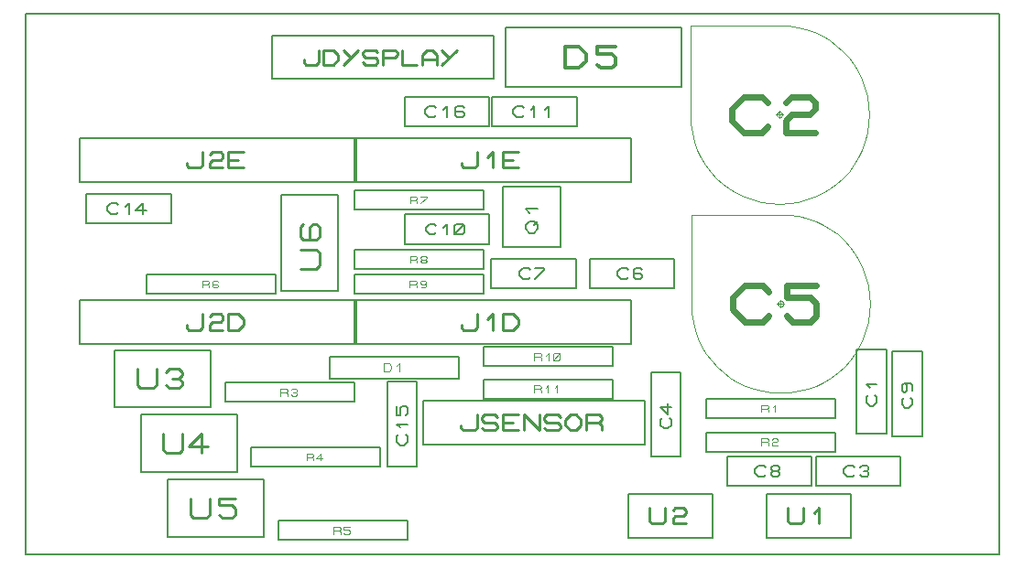
<source format=gbr>
G04 PROTEUS RS274X GERBER FILE*
%FSLAX45Y45*%
%MOMM*%
G01*
%ADD21C,0.203200*%
%ADD32C,0.240790*%
%ADD33C,0.228030*%
%ADD34C,0.106680*%
%ADD35C,0.164590*%
%ADD36C,0.050000*%
%ADD37C,0.551660*%
%ADD38C,0.332230*%
%ADD39C,0.296330*%
%ADD40C,0.187570*%
%ADD41C,0.121920*%
%TD.AperFunction*%
D21*
X+0Y+0D02*
X+9000000Y+0D01*
X+9000000Y+5000000D01*
X+0Y+5000000D01*
X+0Y+0D01*
X+3036840Y+3449340D02*
X+5597160Y+3449340D01*
X+5597160Y+3850660D01*
X+3036840Y+3850660D01*
X+3036840Y+3449340D01*
D32*
X+4028051Y+3625920D02*
X+4028051Y+3601841D01*
X+4052130Y+3577762D01*
X+4148446Y+3577762D01*
X+4172525Y+3601841D01*
X+4172525Y+3722237D01*
X+4268842Y+3674079D02*
X+4317000Y+3722237D01*
X+4317000Y+3577762D01*
X+4557791Y+3577762D02*
X+4413317Y+3577762D01*
X+4413317Y+3722237D01*
X+4557791Y+3722237D01*
X+4413317Y+3650000D02*
X+4509633Y+3650000D01*
D21*
X+496840Y+3449340D02*
X+3057160Y+3449340D01*
X+3057160Y+3850660D01*
X+496840Y+3850660D01*
X+496840Y+3449340D01*
D32*
X+1488051Y+3625920D02*
X+1488051Y+3601841D01*
X+1512130Y+3577762D01*
X+1608446Y+3577762D01*
X+1632525Y+3601841D01*
X+1632525Y+3722237D01*
X+1704763Y+3698158D02*
X+1728842Y+3722237D01*
X+1801079Y+3722237D01*
X+1825158Y+3698158D01*
X+1825158Y+3674079D01*
X+1801079Y+3650000D01*
X+1728842Y+3650000D01*
X+1704763Y+3625920D01*
X+1704763Y+3577762D01*
X+1825158Y+3577762D01*
X+2017791Y+3577762D02*
X+1873317Y+3577762D01*
X+1873317Y+3722237D01*
X+2017791Y+3722237D01*
X+1873317Y+3650000D02*
X+1969633Y+3650000D01*
D21*
X+3036840Y+1949340D02*
X+5597160Y+1949340D01*
X+5597160Y+2350660D01*
X+3036840Y+2350660D01*
X+3036840Y+1949340D01*
D32*
X+4028051Y+2125920D02*
X+4028051Y+2101841D01*
X+4052130Y+2077762D01*
X+4148446Y+2077762D01*
X+4172525Y+2101841D01*
X+4172525Y+2222237D01*
X+4268842Y+2174079D02*
X+4317000Y+2222237D01*
X+4317000Y+2077762D01*
X+4413317Y+2077762D02*
X+4413317Y+2222237D01*
X+4509633Y+2222237D01*
X+4557791Y+2174079D01*
X+4557791Y+2125920D01*
X+4509633Y+2077762D01*
X+4413317Y+2077762D01*
D21*
X+496840Y+1949340D02*
X+3057160Y+1949340D01*
X+3057160Y+2350660D01*
X+496840Y+2350660D01*
X+496840Y+1949340D01*
D32*
X+1488051Y+2125920D02*
X+1488051Y+2101841D01*
X+1512130Y+2077762D01*
X+1608446Y+2077762D01*
X+1632525Y+2101841D01*
X+1632525Y+2222237D01*
X+1704763Y+2198158D02*
X+1728842Y+2222237D01*
X+1801079Y+2222237D01*
X+1825158Y+2198158D01*
X+1825158Y+2174079D01*
X+1801079Y+2150000D01*
X+1728842Y+2150000D01*
X+1704763Y+2125920D01*
X+1704763Y+2077762D01*
X+1825158Y+2077762D01*
X+1873317Y+2077762D02*
X+1873317Y+2222237D01*
X+1969633Y+2222237D01*
X+2017791Y+2174079D01*
X+2017791Y+2125920D01*
X+1969633Y+2077762D01*
X+1873317Y+2077762D01*
D21*
X+2274840Y+4399340D02*
X+4327160Y+4399340D01*
X+4327160Y+4800660D01*
X+2274840Y+4800660D01*
X+2274840Y+4399340D01*
D33*
X+2571288Y+4577197D02*
X+2571288Y+4554393D01*
X+2594091Y+4531590D01*
X+2685305Y+4531590D01*
X+2708109Y+4554393D01*
X+2708109Y+4668411D01*
X+2753716Y+4531590D02*
X+2753716Y+4668411D01*
X+2844930Y+4668411D01*
X+2890537Y+4622804D01*
X+2890537Y+4577197D01*
X+2844930Y+4531590D01*
X+2753716Y+4531590D01*
X+3072965Y+4668411D02*
X+2936144Y+4531590D01*
X+2936144Y+4668411D02*
X+3004554Y+4600000D01*
X+3118572Y+4554393D02*
X+3141375Y+4531590D01*
X+3232589Y+4531590D01*
X+3255393Y+4554393D01*
X+3255393Y+4577197D01*
X+3232589Y+4600000D01*
X+3141375Y+4600000D01*
X+3118572Y+4622804D01*
X+3118572Y+4645607D01*
X+3141375Y+4668411D01*
X+3232589Y+4668411D01*
X+3255393Y+4645607D01*
X+3301000Y+4531590D02*
X+3301000Y+4668411D01*
X+3415017Y+4668411D01*
X+3437821Y+4645607D01*
X+3437821Y+4622804D01*
X+3415017Y+4600000D01*
X+3301000Y+4600000D01*
X+3483428Y+4668411D02*
X+3483428Y+4531590D01*
X+3620249Y+4531590D01*
X+3665856Y+4531590D02*
X+3665856Y+4622804D01*
X+3711463Y+4668411D01*
X+3757070Y+4668411D01*
X+3802677Y+4622804D01*
X+3802677Y+4531590D01*
X+3665856Y+4577197D02*
X+3802677Y+4577197D01*
X+3985105Y+4668411D02*
X+3848284Y+4531590D01*
X+3848284Y+4668411D02*
X+3916694Y+4600000D01*
D21*
X+3674840Y+1019340D02*
X+5727160Y+1019340D01*
X+5727160Y+1420660D01*
X+3674840Y+1420660D01*
X+3674840Y+1019340D01*
D32*
X+4026785Y+1195920D02*
X+4026785Y+1171841D01*
X+4050864Y+1147762D01*
X+4147180Y+1147762D01*
X+4171259Y+1171841D01*
X+4171259Y+1292237D01*
X+4219418Y+1171841D02*
X+4243497Y+1147762D01*
X+4339813Y+1147762D01*
X+4363892Y+1171841D01*
X+4363892Y+1195920D01*
X+4339813Y+1220000D01*
X+4243497Y+1220000D01*
X+4219418Y+1244079D01*
X+4219418Y+1268158D01*
X+4243497Y+1292237D01*
X+4339813Y+1292237D01*
X+4363892Y+1268158D01*
X+4556525Y+1147762D02*
X+4412051Y+1147762D01*
X+4412051Y+1292237D01*
X+4556525Y+1292237D01*
X+4412051Y+1220000D02*
X+4508367Y+1220000D01*
X+4604684Y+1147762D02*
X+4604684Y+1292237D01*
X+4749158Y+1147762D01*
X+4749158Y+1292237D01*
X+4797317Y+1171841D02*
X+4821396Y+1147762D01*
X+4917712Y+1147762D01*
X+4941791Y+1171841D01*
X+4941791Y+1195920D01*
X+4917712Y+1220000D01*
X+4821396Y+1220000D01*
X+4797317Y+1244079D01*
X+4797317Y+1268158D01*
X+4821396Y+1292237D01*
X+4917712Y+1292237D01*
X+4941791Y+1268158D01*
X+4989950Y+1244079D02*
X+5038108Y+1292237D01*
X+5086266Y+1292237D01*
X+5134424Y+1244079D01*
X+5134424Y+1195920D01*
X+5086266Y+1147762D01*
X+5038108Y+1147762D01*
X+4989950Y+1195920D01*
X+4989950Y+1244079D01*
X+5182583Y+1147762D02*
X+5182583Y+1292237D01*
X+5302978Y+1292237D01*
X+5327057Y+1268158D01*
X+5327057Y+1244079D01*
X+5302978Y+1220000D01*
X+5182583Y+1220000D01*
X+5302978Y+1220000D02*
X+5327057Y+1195920D01*
X+5327057Y+1147762D01*
D21*
X+6848840Y+155840D02*
X+7631160Y+155840D01*
X+7631160Y+557160D01*
X+6848840Y+557160D01*
X+6848840Y+155840D01*
D32*
X+7047367Y+428737D02*
X+7047367Y+308341D01*
X+7071446Y+284262D01*
X+7167762Y+284262D01*
X+7191841Y+308341D01*
X+7191841Y+428737D01*
X+7288158Y+380579D02*
X+7336316Y+428737D01*
X+7336316Y+284262D01*
D21*
X+5568840Y+155840D02*
X+6351160Y+155840D01*
X+6351160Y+557160D01*
X+5568840Y+557160D01*
X+5568840Y+155840D01*
D32*
X+5767367Y+428737D02*
X+5767367Y+308341D01*
X+5791446Y+284262D01*
X+5887762Y+284262D01*
X+5911841Y+308341D01*
X+5911841Y+428737D01*
X+5984079Y+404658D02*
X+6008158Y+428737D01*
X+6080395Y+428737D01*
X+6104474Y+404658D01*
X+6104474Y+380579D01*
X+6080395Y+356500D01*
X+6008158Y+356500D01*
X+5984079Y+332420D01*
X+5984079Y+284262D01*
X+6104474Y+284262D01*
D21*
X+6291100Y+951100D02*
X+7484900Y+951100D01*
X+7484900Y+1128900D01*
X+6291100Y+1128900D01*
X+6291100Y+951100D01*
D34*
X+6802656Y+1007996D02*
X+6802656Y+1072004D01*
X+6855996Y+1072004D01*
X+6866664Y+1061336D01*
X+6866664Y+1050668D01*
X+6855996Y+1040000D01*
X+6802656Y+1040000D01*
X+6855996Y+1040000D02*
X+6866664Y+1029332D01*
X+6866664Y+1007996D01*
X+6898668Y+1061336D02*
X+6909336Y+1072004D01*
X+6941340Y+1072004D01*
X+6952008Y+1061336D01*
X+6952008Y+1050668D01*
X+6941340Y+1040000D01*
X+6909336Y+1040000D01*
X+6898668Y+1029332D01*
X+6898668Y+1007996D01*
X+6952008Y+1007996D01*
D21*
X+6291100Y+1261100D02*
X+7484900Y+1261100D01*
X+7484900Y+1438900D01*
X+6291100Y+1438900D01*
X+6291100Y+1261100D01*
D34*
X+6802656Y+1317996D02*
X+6802656Y+1382004D01*
X+6855996Y+1382004D01*
X+6866664Y+1371336D01*
X+6866664Y+1360668D01*
X+6855996Y+1350000D01*
X+6802656Y+1350000D01*
X+6855996Y+1350000D02*
X+6866664Y+1339332D01*
X+6866664Y+1317996D01*
X+6909336Y+1360668D02*
X+6930672Y+1382004D01*
X+6930672Y+1317996D01*
D21*
X+1121100Y+2411100D02*
X+2314900Y+2411100D01*
X+2314900Y+2588900D01*
X+1121100Y+2588900D01*
X+1121100Y+2411100D01*
D34*
X+1632656Y+2467996D02*
X+1632656Y+2532004D01*
X+1685996Y+2532004D01*
X+1696664Y+2521336D01*
X+1696664Y+2510668D01*
X+1685996Y+2500000D01*
X+1632656Y+2500000D01*
X+1685996Y+2500000D02*
X+1696664Y+2489332D01*
X+1696664Y+2467996D01*
X+1782008Y+2521336D02*
X+1771340Y+2532004D01*
X+1739336Y+2532004D01*
X+1728668Y+2521336D01*
X+1728668Y+2478664D01*
X+1739336Y+2467996D01*
X+1771340Y+2467996D01*
X+1782008Y+2478664D01*
X+1782008Y+2489332D01*
X+1771340Y+2500000D01*
X+1728668Y+2500000D01*
D21*
X+7682840Y+1114840D02*
X+7957160Y+1114840D01*
X+7957160Y+1897160D01*
X+7682840Y+1897160D01*
X+7682840Y+1114840D01*
D35*
X+7852919Y+1473081D02*
X+7869378Y+1456622D01*
X+7869378Y+1407245D01*
X+7836460Y+1374327D01*
X+7803541Y+1374327D01*
X+7770623Y+1407245D01*
X+7770623Y+1456622D01*
X+7787082Y+1473081D01*
X+7803541Y+1538918D02*
X+7770623Y+1571836D01*
X+7869378Y+1571836D01*
D21*
X+7304840Y+632840D02*
X+8087160Y+632840D01*
X+8087160Y+907160D01*
X+7304840Y+907160D01*
X+7304840Y+632840D01*
D35*
X+7663081Y+737081D02*
X+7646622Y+720622D01*
X+7597245Y+720622D01*
X+7564327Y+753540D01*
X+7564327Y+786459D01*
X+7597245Y+819377D01*
X+7646622Y+819377D01*
X+7663081Y+802918D01*
X+7712459Y+802918D02*
X+7728918Y+819377D01*
X+7778295Y+819377D01*
X+7794754Y+802918D01*
X+7794754Y+786459D01*
X+7778295Y+770000D01*
X+7794754Y+753540D01*
X+7794754Y+737081D01*
X+7778295Y+720622D01*
X+7728918Y+720622D01*
X+7712459Y+737081D01*
X+7745377Y+770000D02*
X+7778295Y+770000D01*
D21*
X+5782840Y+904840D02*
X+6057160Y+904840D01*
X+6057160Y+1687160D01*
X+5782840Y+1687160D01*
X+5782840Y+904840D01*
D35*
X+5952919Y+1263081D02*
X+5969378Y+1246622D01*
X+5969378Y+1197245D01*
X+5936460Y+1164327D01*
X+5903541Y+1164327D01*
X+5870623Y+1197245D01*
X+5870623Y+1246622D01*
X+5887082Y+1263081D01*
X+5936460Y+1394754D02*
X+5936460Y+1296000D01*
X+5870623Y+1361836D01*
X+5969378Y+1361836D01*
D36*
X+7005000Y+2320000D02*
X+7004914Y+2322076D01*
X+7004212Y+2326229D01*
X+7002742Y+2330382D01*
X+7000340Y+2334535D01*
X+6996667Y+2338634D01*
X+6992514Y+2341643D01*
X+6988361Y+2343560D01*
X+6984208Y+2344643D01*
X+6980055Y+2345000D01*
X+6980000Y+2345000D01*
X+6955000Y+2320000D02*
X+6955086Y+2322076D01*
X+6955788Y+2326229D01*
X+6957258Y+2330382D01*
X+6959660Y+2334535D01*
X+6963333Y+2338634D01*
X+6967486Y+2341643D01*
X+6971639Y+2343560D01*
X+6975792Y+2344643D01*
X+6979945Y+2345000D01*
X+6980000Y+2345000D01*
X+6955000Y+2320000D02*
X+6955086Y+2317924D01*
X+6955788Y+2313771D01*
X+6957258Y+2309618D01*
X+6959660Y+2305465D01*
X+6963333Y+2301366D01*
X+6967486Y+2298357D01*
X+6971639Y+2296440D01*
X+6975792Y+2295357D01*
X+6979945Y+2295000D01*
X+6980000Y+2295000D01*
X+7005000Y+2320000D02*
X+7004914Y+2317924D01*
X+7004212Y+2313771D01*
X+7002742Y+2309618D01*
X+7000340Y+2305465D01*
X+6996667Y+2301366D01*
X+6992514Y+2298357D01*
X+6988361Y+2296440D01*
X+6984208Y+2295357D01*
X+6980055Y+2295000D01*
X+6980000Y+2295000D01*
X+7015000Y+2320000D02*
X+6945000Y+2320000D01*
X+6980000Y+2355000D02*
X+6980000Y+2285000D01*
X+6155000Y+3145000D02*
X+6155000Y+2320000D01*
X+6159167Y+2234260D01*
X+6171415Y+2151314D01*
X+6191368Y+2071541D01*
X+6218648Y+1995318D01*
X+6252876Y+1923022D01*
X+6293675Y+1855031D01*
X+6340668Y+1791724D01*
X+6393477Y+1733477D01*
X+6451724Y+1680668D01*
X+6515032Y+1633675D01*
X+6583022Y+1592876D01*
X+6655318Y+1558648D01*
X+6731541Y+1531368D01*
X+6811314Y+1511415D01*
X+6894260Y+1499167D01*
X+6980000Y+1495000D01*
X+7065740Y+1499167D01*
X+7148686Y+1511415D01*
X+7228459Y+1531368D01*
X+7304682Y+1558648D01*
X+7376978Y+1592876D01*
X+7444968Y+1633675D01*
X+7508276Y+1680668D01*
X+7566523Y+1733477D01*
X+7619332Y+1791724D01*
X+7666325Y+1855031D01*
X+7707124Y+1923022D01*
X+7741352Y+1995318D01*
X+7768632Y+2071541D01*
X+7788585Y+2151314D01*
X+7800833Y+2234260D01*
X+7805000Y+2320000D01*
X+7800833Y+2405740D01*
X+7788585Y+2488686D01*
X+7768632Y+2568459D01*
X+7741352Y+2644682D01*
X+7707124Y+2716978D01*
X+7666325Y+2784969D01*
X+7619332Y+2848276D01*
X+7566523Y+2906523D01*
X+7508276Y+2959332D01*
X+7444968Y+3006325D01*
X+7376978Y+3047124D01*
X+7304682Y+3081352D01*
X+7228459Y+3108632D01*
X+7148686Y+3128585D01*
X+7065740Y+3140833D01*
X+6980000Y+3145000D01*
X+6155000Y+3145000D01*
D37*
X+6869667Y+2209666D02*
X+6814500Y+2154500D01*
X+6649001Y+2154500D01*
X+6538668Y+2264833D01*
X+6538668Y+2375166D01*
X+6649001Y+2485499D01*
X+6814500Y+2485499D01*
X+6869667Y+2430333D01*
X+7310999Y+2485499D02*
X+7035166Y+2485499D01*
X+7035166Y+2375166D01*
X+7255832Y+2375166D01*
X+7310999Y+2320000D01*
X+7310999Y+2209666D01*
X+7255832Y+2154500D01*
X+7090333Y+2154500D01*
X+7035166Y+2209666D01*
D36*
X+6995000Y+4070000D02*
X+6994914Y+4072076D01*
X+6994212Y+4076229D01*
X+6992742Y+4080382D01*
X+6990340Y+4084535D01*
X+6986667Y+4088634D01*
X+6982514Y+4091643D01*
X+6978361Y+4093560D01*
X+6974208Y+4094643D01*
X+6970055Y+4095000D01*
X+6970000Y+4095000D01*
X+6945000Y+4070000D02*
X+6945086Y+4072076D01*
X+6945788Y+4076229D01*
X+6947258Y+4080382D01*
X+6949660Y+4084535D01*
X+6953333Y+4088634D01*
X+6957486Y+4091643D01*
X+6961639Y+4093560D01*
X+6965792Y+4094643D01*
X+6969945Y+4095000D01*
X+6970000Y+4095000D01*
X+6945000Y+4070000D02*
X+6945086Y+4067924D01*
X+6945788Y+4063771D01*
X+6947258Y+4059618D01*
X+6949660Y+4055465D01*
X+6953333Y+4051366D01*
X+6957486Y+4048357D01*
X+6961639Y+4046440D01*
X+6965792Y+4045357D01*
X+6969945Y+4045000D01*
X+6970000Y+4045000D01*
X+6995000Y+4070000D02*
X+6994914Y+4067924D01*
X+6994212Y+4063771D01*
X+6992742Y+4059618D01*
X+6990340Y+4055465D01*
X+6986667Y+4051366D01*
X+6982514Y+4048357D01*
X+6978361Y+4046440D01*
X+6974208Y+4045357D01*
X+6970055Y+4045000D01*
X+6970000Y+4045000D01*
X+7005000Y+4070000D02*
X+6935000Y+4070000D01*
X+6970000Y+4105000D02*
X+6970000Y+4035000D01*
X+6145000Y+4895000D02*
X+6145000Y+4070000D01*
X+6149167Y+3984260D01*
X+6161415Y+3901314D01*
X+6181368Y+3821541D01*
X+6208648Y+3745318D01*
X+6242876Y+3673022D01*
X+6283675Y+3605031D01*
X+6330668Y+3541724D01*
X+6383477Y+3483477D01*
X+6441724Y+3430668D01*
X+6505032Y+3383675D01*
X+6573022Y+3342876D01*
X+6645318Y+3308648D01*
X+6721541Y+3281368D01*
X+6801314Y+3261415D01*
X+6884260Y+3249167D01*
X+6970000Y+3245000D01*
X+7055740Y+3249167D01*
X+7138686Y+3261415D01*
X+7218459Y+3281368D01*
X+7294682Y+3308648D01*
X+7366978Y+3342876D01*
X+7434968Y+3383675D01*
X+7498276Y+3430668D01*
X+7556523Y+3483477D01*
X+7609332Y+3541724D01*
X+7656325Y+3605031D01*
X+7697124Y+3673022D01*
X+7731352Y+3745318D01*
X+7758632Y+3821541D01*
X+7778585Y+3901314D01*
X+7790833Y+3984260D01*
X+7795000Y+4070000D01*
X+7790833Y+4155740D01*
X+7778585Y+4238686D01*
X+7758632Y+4318459D01*
X+7731352Y+4394682D01*
X+7697124Y+4466978D01*
X+7656325Y+4534969D01*
X+7609332Y+4598276D01*
X+7556523Y+4656523D01*
X+7498276Y+4709332D01*
X+7434968Y+4756325D01*
X+7366978Y+4797124D01*
X+7294682Y+4831352D01*
X+7218459Y+4858632D01*
X+7138686Y+4878585D01*
X+7055740Y+4890833D01*
X+6970000Y+4895000D01*
X+6145000Y+4895000D01*
D37*
X+6859667Y+3959666D02*
X+6804500Y+3904500D01*
X+6639001Y+3904500D01*
X+6528668Y+4014833D01*
X+6528668Y+4125166D01*
X+6639001Y+4235499D01*
X+6804500Y+4235499D01*
X+6859667Y+4180333D01*
X+7025166Y+4180333D02*
X+7080333Y+4235499D01*
X+7245832Y+4235499D01*
X+7300999Y+4180333D01*
X+7300999Y+4125166D01*
X+7245832Y+4070000D01*
X+7080333Y+4070000D01*
X+7025166Y+4014833D01*
X+7025166Y+3904500D01*
X+7300999Y+3904500D01*
D21*
X+4438700Y+4323140D02*
X+6064300Y+4323140D01*
X+6064300Y+4876860D01*
X+4438700Y+4876860D01*
X+4438700Y+4323140D01*
D38*
X+4985715Y+4500330D02*
X+4985715Y+4699669D01*
X+5118607Y+4699669D01*
X+5185053Y+4633223D01*
X+5185053Y+4566776D01*
X+5118607Y+4500330D01*
X+4985715Y+4500330D01*
X+5450838Y+4699669D02*
X+5284723Y+4699669D01*
X+5284723Y+4633223D01*
X+5417615Y+4633223D01*
X+5450838Y+4600000D01*
X+5450838Y+4533553D01*
X+5417615Y+4500330D01*
X+5317946Y+4500330D01*
X+5284723Y+4533553D01*
D21*
X+8012840Y+1092840D02*
X+8287160Y+1092840D01*
X+8287160Y+1875160D01*
X+8012840Y+1875160D01*
X+8012840Y+1092840D01*
D35*
X+8182919Y+1451081D02*
X+8199378Y+1434622D01*
X+8199378Y+1385245D01*
X+8166460Y+1352327D01*
X+8133541Y+1352327D01*
X+8100623Y+1385245D01*
X+8100623Y+1434622D01*
X+8117082Y+1451081D01*
X+8133541Y+1582754D02*
X+8150000Y+1566295D01*
X+8150000Y+1516918D01*
X+8133541Y+1500459D01*
X+8117082Y+1500459D01*
X+8100623Y+1516918D01*
X+8100623Y+1566295D01*
X+8117082Y+1582754D01*
X+8182919Y+1582754D01*
X+8199378Y+1566295D01*
X+8199378Y+1516918D01*
D21*
X+6482840Y+632840D02*
X+7265160Y+632840D01*
X+7265160Y+907160D01*
X+6482840Y+907160D01*
X+6482840Y+632840D01*
D35*
X+6841081Y+737081D02*
X+6824622Y+720622D01*
X+6775245Y+720622D01*
X+6742327Y+753540D01*
X+6742327Y+786459D01*
X+6775245Y+819377D01*
X+6824622Y+819377D01*
X+6841081Y+802918D01*
X+6906918Y+770000D02*
X+6890459Y+786459D01*
X+6890459Y+802918D01*
X+6906918Y+819377D01*
X+6956295Y+819377D01*
X+6972754Y+802918D01*
X+6972754Y+786459D01*
X+6956295Y+770000D01*
X+6906918Y+770000D01*
X+6890459Y+753540D01*
X+6890459Y+737081D01*
X+6906918Y+720622D01*
X+6956295Y+720622D01*
X+6972754Y+737081D01*
X+6972754Y+753540D01*
X+6956295Y+770000D01*
D21*
X+5212840Y+2462840D02*
X+5995160Y+2462840D01*
X+5995160Y+2737160D01*
X+5212840Y+2737160D01*
X+5212840Y+2462840D01*
D35*
X+5571081Y+2567081D02*
X+5554622Y+2550622D01*
X+5505245Y+2550622D01*
X+5472327Y+2583540D01*
X+5472327Y+2616459D01*
X+5505245Y+2649377D01*
X+5554622Y+2649377D01*
X+5571081Y+2632918D01*
X+5702754Y+2632918D02*
X+5686295Y+2649377D01*
X+5636918Y+2649377D01*
X+5620459Y+2632918D01*
X+5620459Y+2567081D01*
X+5636918Y+2550622D01*
X+5686295Y+2550622D01*
X+5702754Y+2567081D01*
X+5702754Y+2583540D01*
X+5686295Y+2600000D01*
X+5620459Y+2600000D01*
D21*
X+562840Y+3062840D02*
X+1345160Y+3062840D01*
X+1345160Y+3337160D01*
X+562840Y+3337160D01*
X+562840Y+3062840D01*
D35*
X+855245Y+3167081D02*
X+838786Y+3150622D01*
X+789409Y+3150622D01*
X+756491Y+3183540D01*
X+756491Y+3216459D01*
X+789409Y+3249377D01*
X+838786Y+3249377D01*
X+855245Y+3232918D01*
X+921082Y+3216459D02*
X+954000Y+3249377D01*
X+954000Y+3150622D01*
X+1118591Y+3183540D02*
X+1019837Y+3183540D01*
X+1085673Y+3249377D01*
X+1085673Y+3150622D01*
D21*
X+2362840Y+2436500D02*
X+2891160Y+2436500D01*
X+2891160Y+3325500D01*
X+2362840Y+3325500D01*
X+2362840Y+2436500D01*
D39*
X+2538100Y+2643934D02*
X+2686267Y+2643934D01*
X+2715900Y+2673567D01*
X+2715900Y+2792100D01*
X+2686267Y+2821733D01*
X+2538100Y+2821733D01*
X+2567733Y+3058799D02*
X+2538100Y+3029166D01*
X+2538100Y+2940266D01*
X+2567733Y+2910633D01*
X+2686267Y+2910633D01*
X+2715900Y+2940266D01*
X+2715900Y+3029166D01*
X+2686267Y+3058799D01*
X+2656633Y+3058799D01*
X+2627000Y+3029166D01*
X+2627000Y+2910633D01*
D21*
X+3045100Y+3191100D02*
X+4238900Y+3191100D01*
X+4238900Y+3368900D01*
X+3045100Y+3368900D01*
X+3045100Y+3191100D01*
D34*
X+3556656Y+3247996D02*
X+3556656Y+3312004D01*
X+3609996Y+3312004D01*
X+3620664Y+3301336D01*
X+3620664Y+3290668D01*
X+3609996Y+3280000D01*
X+3556656Y+3280000D01*
X+3609996Y+3280000D02*
X+3620664Y+3269332D01*
X+3620664Y+3247996D01*
X+3652668Y+3312004D02*
X+3706008Y+3312004D01*
X+3706008Y+3301336D01*
X+3652668Y+3247996D01*
D21*
X+3045100Y+2641100D02*
X+4238900Y+2641100D01*
X+4238900Y+2818900D01*
X+3045100Y+2818900D01*
X+3045100Y+2641100D01*
D34*
X+3556656Y+2697996D02*
X+3556656Y+2762004D01*
X+3609996Y+2762004D01*
X+3620664Y+2751336D01*
X+3620664Y+2740668D01*
X+3609996Y+2730000D01*
X+3556656Y+2730000D01*
X+3609996Y+2730000D02*
X+3620664Y+2719332D01*
X+3620664Y+2697996D01*
X+3663336Y+2730000D02*
X+3652668Y+2740668D01*
X+3652668Y+2751336D01*
X+3663336Y+2762004D01*
X+3695340Y+2762004D01*
X+3706008Y+2751336D01*
X+3706008Y+2740668D01*
X+3695340Y+2730000D01*
X+3663336Y+2730000D01*
X+3652668Y+2719332D01*
X+3652668Y+2708664D01*
X+3663336Y+2697996D01*
X+3695340Y+2697996D01*
X+3706008Y+2708664D01*
X+3706008Y+2719332D01*
X+3695340Y+2730000D01*
D21*
X+4415840Y+2841440D02*
X+4944160Y+2841440D01*
X+4944160Y+3404160D01*
X+4415840Y+3404160D01*
X+4415840Y+2841440D01*
D40*
X+4661243Y+2972742D02*
X+4623728Y+3010256D01*
X+4623728Y+3047771D01*
X+4661243Y+3085285D01*
X+4698757Y+3085285D01*
X+4736272Y+3047771D01*
X+4736272Y+3010256D01*
X+4698757Y+2972742D01*
X+4661243Y+2972742D01*
X+4698757Y+3047771D02*
X+4736272Y+3085285D01*
X+4661243Y+3160314D02*
X+4623728Y+3197829D01*
X+4736272Y+3197829D01*
D21*
X+3041100Y+2411100D02*
X+4234900Y+2411100D01*
X+4234900Y+2588900D01*
X+3041100Y+2588900D01*
X+3041100Y+2411100D01*
D34*
X+3552656Y+2467996D02*
X+3552656Y+2532004D01*
X+3605996Y+2532004D01*
X+3616664Y+2521336D01*
X+3616664Y+2510668D01*
X+3605996Y+2500000D01*
X+3552656Y+2500000D01*
X+3605996Y+2500000D02*
X+3616664Y+2489332D01*
X+3616664Y+2467996D01*
X+3702008Y+2510668D02*
X+3691340Y+2500000D01*
X+3659336Y+2500000D01*
X+3648668Y+2510668D01*
X+3648668Y+2521336D01*
X+3659336Y+2532004D01*
X+3691340Y+2532004D01*
X+3702008Y+2521336D01*
X+3702008Y+2478664D01*
X+3691340Y+2467996D01*
X+3659336Y+2467996D01*
D21*
X+4304840Y+2462840D02*
X+5087160Y+2462840D01*
X+5087160Y+2737160D01*
X+4304840Y+2737160D01*
X+4304840Y+2462840D01*
D35*
X+4663081Y+2567081D02*
X+4646622Y+2550622D01*
X+4597245Y+2550622D01*
X+4564327Y+2583540D01*
X+4564327Y+2616459D01*
X+4597245Y+2649377D01*
X+4646622Y+2649377D01*
X+4663081Y+2632918D01*
X+4712459Y+2649377D02*
X+4794754Y+2649377D01*
X+4794754Y+2632918D01*
X+4712459Y+2550622D01*
D21*
X+3504840Y+2872840D02*
X+4287160Y+2872840D01*
X+4287160Y+3147160D01*
X+3504840Y+3147160D01*
X+3504840Y+2872840D01*
D35*
X+3797245Y+2977081D02*
X+3780786Y+2960622D01*
X+3731409Y+2960622D01*
X+3698491Y+2993540D01*
X+3698491Y+3026459D01*
X+3731409Y+3059377D01*
X+3780786Y+3059377D01*
X+3797245Y+3042918D01*
X+3863082Y+3026459D02*
X+3896000Y+3059377D01*
X+3896000Y+2960622D01*
X+3961837Y+2977081D02*
X+3961837Y+3042918D01*
X+3978296Y+3059377D01*
X+4044132Y+3059377D01*
X+4060591Y+3042918D01*
X+4060591Y+2977081D01*
X+4044132Y+2960622D01*
X+3978296Y+2960622D01*
X+3961837Y+2977081D01*
X+3961837Y+2960622D02*
X+4060591Y+3059377D01*
D21*
X+3342840Y+814840D02*
X+3617160Y+814840D01*
X+3617160Y+1597160D01*
X+3342840Y+1597160D01*
X+3342840Y+814840D01*
D35*
X+3512919Y+1107245D02*
X+3529378Y+1090786D01*
X+3529378Y+1041409D01*
X+3496460Y+1008491D01*
X+3463541Y+1008491D01*
X+3430623Y+1041409D01*
X+3430623Y+1090786D01*
X+3447082Y+1107245D01*
X+3463541Y+1173082D02*
X+3430623Y+1206000D01*
X+3529378Y+1206000D01*
X+3430623Y+1370591D02*
X+3430623Y+1288296D01*
X+3463541Y+1288296D01*
X+3463541Y+1354132D01*
X+3480000Y+1370591D01*
X+3512919Y+1370591D01*
X+3529378Y+1354132D01*
X+3529378Y+1304755D01*
X+3512919Y+1288296D01*
D21*
X+3502840Y+3962840D02*
X+4285160Y+3962840D01*
X+4285160Y+4237160D01*
X+3502840Y+4237160D01*
X+3502840Y+3962840D01*
D35*
X+3795245Y+4067081D02*
X+3778786Y+4050622D01*
X+3729409Y+4050622D01*
X+3696491Y+4083540D01*
X+3696491Y+4116459D01*
X+3729409Y+4149377D01*
X+3778786Y+4149377D01*
X+3795245Y+4132918D01*
X+3861082Y+4116459D02*
X+3894000Y+4149377D01*
X+3894000Y+4050622D01*
X+4058591Y+4132918D02*
X+4042132Y+4149377D01*
X+3992755Y+4149377D01*
X+3976296Y+4132918D01*
X+3976296Y+4067081D01*
X+3992755Y+4050622D01*
X+4042132Y+4050622D01*
X+4058591Y+4067081D01*
X+4058591Y+4083540D01*
X+4042132Y+4100000D01*
X+3976296Y+4100000D01*
D21*
X+824500Y+1362840D02*
X+1713500Y+1362840D01*
X+1713500Y+1891160D01*
X+824500Y+1891160D01*
X+824500Y+1362840D01*
D39*
X+1031934Y+1715900D02*
X+1031934Y+1567733D01*
X+1061567Y+1538100D01*
X+1180100Y+1538100D01*
X+1209733Y+1567733D01*
X+1209733Y+1715900D01*
X+1298633Y+1686267D02*
X+1328266Y+1715900D01*
X+1417166Y+1715900D01*
X+1446799Y+1686267D01*
X+1446799Y+1656633D01*
X+1417166Y+1627000D01*
X+1446799Y+1597367D01*
X+1446799Y+1567733D01*
X+1417166Y+1538100D01*
X+1328266Y+1538100D01*
X+1298633Y+1567733D01*
X+1357899Y+1627000D02*
X+1417166Y+1627000D01*
D21*
X+1064500Y+762840D02*
X+1953500Y+762840D01*
X+1953500Y+1291160D01*
X+1064500Y+1291160D01*
X+1064500Y+762840D01*
D39*
X+1271934Y+1115900D02*
X+1271934Y+967733D01*
X+1301567Y+938100D01*
X+1420100Y+938100D01*
X+1449733Y+967733D01*
X+1449733Y+1115900D01*
X+1686799Y+997367D02*
X+1509000Y+997367D01*
X+1627533Y+1115900D01*
X+1627533Y+938100D01*
D21*
X+1314500Y+162840D02*
X+2203500Y+162840D01*
X+2203500Y+691160D01*
X+1314500Y+691160D01*
X+1314500Y+162840D01*
D39*
X+1521934Y+515900D02*
X+1521934Y+367733D01*
X+1551567Y+338100D01*
X+1670100Y+338100D01*
X+1699733Y+367733D01*
X+1699733Y+515900D01*
X+1936799Y+515900D02*
X+1788633Y+515900D01*
X+1788633Y+456633D01*
X+1907166Y+456633D01*
X+1936799Y+427000D01*
X+1936799Y+367733D01*
X+1907166Y+338100D01*
X+1818266Y+338100D01*
X+1788633Y+367733D01*
D21*
X+1845100Y+1411100D02*
X+3038900Y+1411100D01*
X+3038900Y+1588900D01*
X+1845100Y+1588900D01*
X+1845100Y+1411100D01*
D34*
X+2356656Y+1467996D02*
X+2356656Y+1532004D01*
X+2409996Y+1532004D01*
X+2420664Y+1521336D01*
X+2420664Y+1510668D01*
X+2409996Y+1500000D01*
X+2356656Y+1500000D01*
X+2409996Y+1500000D02*
X+2420664Y+1489332D01*
X+2420664Y+1467996D01*
X+2452668Y+1521336D02*
X+2463336Y+1532004D01*
X+2495340Y+1532004D01*
X+2506008Y+1521336D01*
X+2506008Y+1510668D01*
X+2495340Y+1500000D01*
X+2506008Y+1489332D01*
X+2506008Y+1478664D01*
X+2495340Y+1467996D01*
X+2463336Y+1467996D01*
X+2452668Y+1478664D01*
X+2474004Y+1500000D02*
X+2495340Y+1500000D01*
D21*
X+2085100Y+811100D02*
X+3278900Y+811100D01*
X+3278900Y+988900D01*
X+2085100Y+988900D01*
X+2085100Y+811100D01*
D34*
X+2596656Y+867996D02*
X+2596656Y+932004D01*
X+2649996Y+932004D01*
X+2660664Y+921336D01*
X+2660664Y+910668D01*
X+2649996Y+900000D01*
X+2596656Y+900000D01*
X+2649996Y+900000D02*
X+2660664Y+889332D01*
X+2660664Y+867996D01*
X+2746008Y+889332D02*
X+2682000Y+889332D01*
X+2724672Y+932004D01*
X+2724672Y+867996D01*
D21*
X+2335100Y+131100D02*
X+3528900Y+131100D01*
X+3528900Y+308900D01*
X+2335100Y+308900D01*
X+2335100Y+131100D01*
D34*
X+2846656Y+187996D02*
X+2846656Y+252004D01*
X+2899996Y+252004D01*
X+2910664Y+241336D01*
X+2910664Y+230668D01*
X+2899996Y+220000D01*
X+2846656Y+220000D01*
X+2899996Y+220000D02*
X+2910664Y+209332D01*
X+2910664Y+187996D01*
X+2996008Y+252004D02*
X+2942668Y+252004D01*
X+2942668Y+230668D01*
X+2985340Y+230668D01*
X+2996008Y+220000D01*
X+2996008Y+198664D01*
X+2985340Y+187996D01*
X+2953336Y+187996D01*
X+2942668Y+198664D01*
D21*
X+2811100Y+1628400D02*
X+4004900Y+1628400D01*
X+4004900Y+1831600D01*
X+2811100Y+1831600D01*
X+2811100Y+1628400D01*
D41*
X+3310464Y+1693424D02*
X+3310464Y+1766576D01*
X+3359232Y+1766576D01*
X+3383616Y+1742192D01*
X+3383616Y+1717808D01*
X+3359232Y+1693424D01*
X+3310464Y+1693424D01*
X+3432384Y+1742192D02*
X+3456768Y+1766576D01*
X+3456768Y+1693424D01*
D21*
X+4231100Y+1441100D02*
X+5424900Y+1441100D01*
X+5424900Y+1618900D01*
X+4231100Y+1618900D01*
X+4231100Y+1441100D01*
D34*
X+4699984Y+1497996D02*
X+4699984Y+1562004D01*
X+4753324Y+1562004D01*
X+4763992Y+1551336D01*
X+4763992Y+1540668D01*
X+4753324Y+1530000D01*
X+4699984Y+1530000D01*
X+4753324Y+1530000D02*
X+4763992Y+1519332D01*
X+4763992Y+1497996D01*
X+4806664Y+1540668D02*
X+4828000Y+1562004D01*
X+4828000Y+1497996D01*
X+4892008Y+1540668D02*
X+4913344Y+1562004D01*
X+4913344Y+1497996D01*
D21*
X+4235100Y+1741100D02*
X+5428900Y+1741100D01*
X+5428900Y+1918900D01*
X+4235100Y+1918900D01*
X+4235100Y+1741100D01*
D34*
X+4703984Y+1797996D02*
X+4703984Y+1862004D01*
X+4757324Y+1862004D01*
X+4767992Y+1851336D01*
X+4767992Y+1840668D01*
X+4757324Y+1830000D01*
X+4703984Y+1830000D01*
X+4757324Y+1830000D02*
X+4767992Y+1819332D01*
X+4767992Y+1797996D01*
X+4810664Y+1840668D02*
X+4832000Y+1862004D01*
X+4832000Y+1797996D01*
X+4874672Y+1808664D02*
X+4874672Y+1851336D01*
X+4885340Y+1862004D01*
X+4928012Y+1862004D01*
X+4938680Y+1851336D01*
X+4938680Y+1808664D01*
X+4928012Y+1797996D01*
X+4885340Y+1797996D01*
X+4874672Y+1808664D01*
X+4874672Y+1797996D02*
X+4938680Y+1862004D01*
D21*
X+4312840Y+3962840D02*
X+5095160Y+3962840D01*
X+5095160Y+4237160D01*
X+4312840Y+4237160D01*
X+4312840Y+3962840D01*
D35*
X+4605245Y+4067081D02*
X+4588786Y+4050622D01*
X+4539409Y+4050622D01*
X+4506491Y+4083540D01*
X+4506491Y+4116459D01*
X+4539409Y+4149377D01*
X+4588786Y+4149377D01*
X+4605245Y+4132918D01*
X+4671082Y+4116459D02*
X+4704000Y+4149377D01*
X+4704000Y+4050622D01*
X+4802755Y+4116459D02*
X+4835673Y+4149377D01*
X+4835673Y+4050622D01*
M02*

</source>
